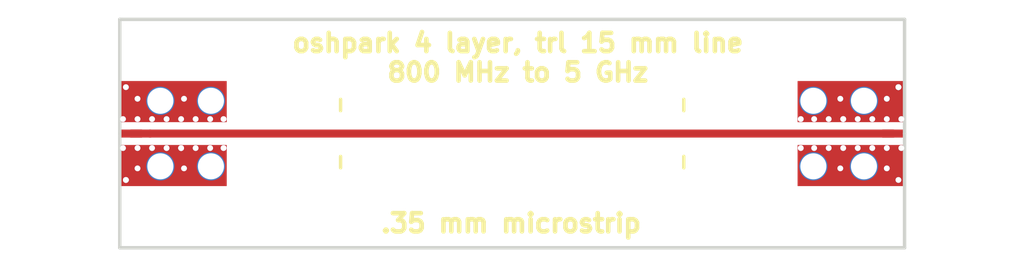
<source format=kicad_pcb>
(kicad_pcb (version 4) (host pcbnew 4.0.6)

  (general
    (links 60)
    (no_connects 0)
    (area 120.890476 99.025 155.809524 111.075)
    (thickness 1.6)
    (drawings 8)
    (tracks 2)
    (zones 0)
    (modules 2)
    (nets 3)
  )

  (page A4)
  (layers
    (0 F.Cu signal)
    (1 In1.Cu signal)
    (2 In2.Cu signal)
    (31 B.Cu signal)
    (32 B.Adhes user)
    (33 F.Adhes user)
    (34 B.Paste user)
    (35 F.Paste user)
    (36 B.SilkS user)
    (37 F.SilkS user)
    (38 B.Mask user)
    (39 F.Mask user)
    (40 Dwgs.User user)
    (41 Cmts.User user)
    (42 Eco1.User user)
    (43 Eco2.User user)
    (44 Edge.Cuts user)
    (45 Margin user)
    (46 B.CrtYd user)
    (47 F.CrtYd user)
    (48 B.Fab user)
    (49 F.Fab user)
  )

  (setup
    (last_trace_width 0.35)
    (user_trace_width 0.35)
    (trace_clearance 0.2)
    (zone_clearance 0.1)
    (zone_45_only no)
    (trace_min 0.2)
    (segment_width 0.2)
    (edge_width 0.15)
    (via_size 0.6)
    (via_drill 0.4)
    (via_min_size 0.4)
    (via_min_drill 0.3)
    (uvia_size 0.3)
    (uvia_drill 0.1)
    (uvias_allowed no)
    (uvia_min_size 0.2)
    (uvia_min_drill 0.1)
    (pcb_text_width 0.3)
    (pcb_text_size 1.5 1.5)
    (mod_edge_width 0.15)
    (mod_text_size 1 1)
    (mod_text_width 0.15)
    (pad_size 1.524 1.524)
    (pad_drill 0.762)
    (pad_to_mask_clearance 0.05)
    (aux_axis_origin 0 0)
    (visible_elements FFFEFF7F)
    (pcbplotparams
      (layerselection 0x00030_80000001)
      (usegerberextensions false)
      (excludeedgelayer true)
      (linewidth 0.100000)
      (plotframeref false)
      (viasonmask false)
      (mode 1)
      (useauxorigin false)
      (hpglpennumber 1)
      (hpglpenspeed 20)
      (hpglpendiameter 15)
      (hpglpenoverlay 2)
      (psnegative false)
      (psa4output false)
      (plotreference true)
      (plotvalue true)
      (plotinvisibletext false)
      (padsonsilk false)
      (subtractmaskfromsilk false)
      (outputformat 1)
      (mirror false)
      (drillshape 1)
      (scaleselection 1)
      (outputdirectory ""))
  )

  (net 0 "")
  (net 1 GND)
  (net 2 "Net-(U101-Pad1)")

  (net_class Default "This is the default net class."
    (clearance 0.2)
    (trace_width 0.25)
    (via_dia 0.6)
    (via_drill 0.4)
    (uvia_dia 0.3)
    (uvia_drill 0.1)
    (add_net GND)
    (add_net "Net-(U101-Pad1)")
  )

  (module vna_footprints:SMA_901-10512_6p7MIL_FR408_CPW_LAUNCH (layer F.Cu) (tedit 59B4A2F5) (tstamp 59B4A12A)
    (at 118.5 105 180)
    (path /59B4A05A)
    (fp_text reference U101 (at -0.25 4 180) (layer F.SilkS) hide
      (effects (font (size 1 1) (thickness 0.15)))
    )
    (fp_text value CONN_SMA_2GND (at 1.1 -5 180) (layer F.Fab)
      (effects (font (size 1 1) (thickness 0.15)))
    )
    (fp_line (start -7.35 -1) (end -7.35 -1.5) (layer F.SilkS) (width 0.15))
    (fp_line (start -7.35 1.5) (end -7.35 1) (layer F.SilkS) (width 0.15))
    (pad 2 thru_hole circle (at -1.685 -1.435 180) (size 1.24 1.24) (drill 1.14) (layers *.Cu *.Mask)
      (net 1 GND))
    (pad 2 thru_hole circle (at 0.525 -1.435 180) (size 1.24 1.24) (drill 1.14) (layers *.Cu *.Mask)
      (net 1 GND))
    (pad 3 thru_hole circle (at 0.525 1.435 180) (size 1.24 1.24) (drill 1.14) (layers *.Cu *.Mask)
      (net 1 GND))
    (pad 3 thru_hole circle (at -1.685 1.435 180) (size 1.24 1.24) (drill 1.14) (layers *.Cu *.Mask)
      (net 1 GND))
    (pad 1 smd rect (at 1.8 0 180) (size 0.95 0.35) (layers F.Cu F.Paste F.Mask)
      (net 2 "Net-(U101-Pad1)"))
    (pad 2 smd rect (at -0.05 -1.4 180) (size 4.65 1.8) (layers F.Cu F.Paste F.Mask)
      (net 1 GND))
    (pad 3 smd rect (at -0.05 1.4 180) (size 4.65 1.8) (layers F.Cu F.Paste F.Mask)
      (net 1 GND))
    (pad 2 thru_hole circle (at 0.254 -0.635 180) (size 0.254 0.254) (drill 0.254) (layers *.Cu *.Mask)
      (net 1 GND))
    (pad 2 thru_hole circle (at -1.651 -0.635 180) (size 0.254 0.254) (drill 0.254) (layers *.Cu *.Mask)
      (net 1 GND))
    (pad 2 thru_hole circle (at -2.2352 -0.635 180) (size 0.254 0.254) (drill 0.254) (layers *.Cu *.Mask)
      (net 1 GND))
    (pad 2 thru_hole circle (at -1.016 -0.635 180) (size 0.254 0.254) (drill 0.254) (layers *.Cu *.Mask)
      (net 1 GND))
    (pad 2 thru_hole circle (at -0.381 -0.635 180) (size 0.254 0.254) (drill 0.254) (layers *.Cu *.Mask)
      (net 1 GND))
    (pad 2 thru_hole circle (at 0.889 -0.635 180) (size 0.254 0.254) (drill 0.254) (layers *.Cu *.Mask)
      (net 1 GND))
    (pad 2 thru_hole circle (at 1.524 -0.635 180) (size 0.254 0.254) (drill 0.254) (layers *.Cu *.Mask)
      (net 1 GND))
    (pad 2 thru_hole circle (at 2.159 -0.635 180) (size 0.254 0.254) (drill 0.254) (layers *.Cu *.Mask)
      (net 1 GND))
    (pad 2 thru_hole circle (at 2.159 0.635 180) (size 0.254 0.254) (drill 0.254) (layers *.Cu *.Mask)
      (net 1 GND))
    (pad 2 thru_hole circle (at 1.524 0.635 180) (size 0.254 0.254) (drill 0.254) (layers *.Cu *.Mask)
      (net 1 GND))
    (pad 2 thru_hole circle (at 0.889 0.635 180) (size 0.254 0.254) (drill 0.254) (layers *.Cu *.Mask)
      (net 1 GND))
    (pad 2 thru_hole circle (at 0.254 0.635 180) (size 0.254 0.254) (drill 0.254) (layers *.Cu *.Mask)
      (net 1 GND))
    (pad 2 thru_hole circle (at -0.381 0.635 180) (size 0.254 0.254) (drill 0.254) (layers *.Cu *.Mask)
      (net 1 GND))
    (pad 2 thru_hole circle (at -1.016 0.635 180) (size 0.254 0.254) (drill 0.254) (layers *.Cu *.Mask)
      (net 1 GND))
    (pad 2 thru_hole circle (at -1.651 0.635 180) (size 0.254 0.254) (drill 0.254) (layers *.Cu *.Mask)
      (net 1 GND))
    (pad 2 thru_hole circle (at -2.2352 0.635 180) (size 0.254 0.254) (drill 0.254) (layers *.Cu *.Mask)
      (net 1 GND))
    (pad 2 thru_hole circle (at -0.381 -0.635 180) (size 0.254 0.254) (drill 0.254) (layers *.Cu *.Mask)
      (net 1 GND))
    (pad 2 thru_hole circle (at -0.508 -1.524 180) (size 0.254 0.254) (drill 0.254) (layers *.Cu *.Mask)
      (net 1 GND))
    (pad 2 thru_hole circle (at 1.524 -1.524 180) (size 0.254 0.254) (drill 0.254) (layers *.Cu *.Mask)
      (net 1 GND))
    (pad 2 thru_hole circle (at 1.524 1.524 180) (size 0.254 0.254) (drill 0.254) (layers *.Cu *.Mask)
      (net 1 GND))
    (pad 2 thru_hole circle (at -0.508 1.524 180) (size 0.254 0.254) (drill 0.254) (layers *.Cu *.Mask)
      (net 1 GND))
    (pad 2 thru_hole circle (at 2.032 2.032 180) (size 0.254 0.254) (drill 0.254) (layers *.Cu *.Mask)
      (net 1 GND))
    (pad 2 thru_hole circle (at 2.032 -2.032 180) (size 0.254 0.254) (drill 0.254) (layers *.Cu *.Mask)
      (net 1 GND))
    (pad 2 thru_hole circle (at 2.032 -2.032 180) (size 0.254 0.254) (drill 0.254) (layers *.Cu *.Mask)
      (net 1 GND))
  )

  (module vna_footprints:SMA_901-10512_6p7MIL_FR408_CPW_LAUNCH (layer F.Cu) (tedit 59B4A2F7) (tstamp 59B4A14D)
    (at 148.2 105)
    (path /59B4A095)
    (fp_text reference U102 (at -0.25 -3.1) (layer F.SilkS) hide
      (effects (font (size 1 1) (thickness 0.15)))
    )
    (fp_text value CONN_SMA_2GND (at 1.1 -5) (layer F.Fab)
      (effects (font (size 1 1) (thickness 0.15)))
    )
    (fp_line (start -7.35 -1) (end -7.35 -1.5) (layer F.SilkS) (width 0.15))
    (fp_line (start -7.35 1.5) (end -7.35 1) (layer F.SilkS) (width 0.15))
    (pad 2 thru_hole circle (at -1.685 -1.435) (size 1.24 1.24) (drill 1.14) (layers *.Cu *.Mask)
      (net 1 GND))
    (pad 2 thru_hole circle (at 0.525 -1.435) (size 1.24 1.24) (drill 1.14) (layers *.Cu *.Mask)
      (net 1 GND))
    (pad 3 thru_hole circle (at 0.525 1.435) (size 1.24 1.24) (drill 1.14) (layers *.Cu *.Mask)
      (net 1 GND))
    (pad 3 thru_hole circle (at -1.685 1.435) (size 1.24 1.24) (drill 1.14) (layers *.Cu *.Mask)
      (net 1 GND))
    (pad 1 smd rect (at 1.8 0) (size 0.95 0.35) (layers F.Cu F.Paste F.Mask)
      (net 2 "Net-(U101-Pad1)"))
    (pad 2 smd rect (at -0.05 -1.4) (size 4.65 1.8) (layers F.Cu F.Paste F.Mask)
      (net 1 GND))
    (pad 3 smd rect (at -0.05 1.4) (size 4.65 1.8) (layers F.Cu F.Paste F.Mask)
      (net 1 GND))
    (pad 2 thru_hole circle (at 0.254 -0.635) (size 0.254 0.254) (drill 0.254) (layers *.Cu *.Mask)
      (net 1 GND))
    (pad 2 thru_hole circle (at -1.651 -0.635) (size 0.254 0.254) (drill 0.254) (layers *.Cu *.Mask)
      (net 1 GND))
    (pad 2 thru_hole circle (at -2.2352 -0.635) (size 0.254 0.254) (drill 0.254) (layers *.Cu *.Mask)
      (net 1 GND))
    (pad 2 thru_hole circle (at -1.016 -0.635) (size 0.254 0.254) (drill 0.254) (layers *.Cu *.Mask)
      (net 1 GND))
    (pad 2 thru_hole circle (at -0.381 -0.635) (size 0.254 0.254) (drill 0.254) (layers *.Cu *.Mask)
      (net 1 GND))
    (pad 2 thru_hole circle (at 0.889 -0.635) (size 0.254 0.254) (drill 0.254) (layers *.Cu *.Mask)
      (net 1 GND))
    (pad 2 thru_hole circle (at 1.524 -0.635) (size 0.254 0.254) (drill 0.254) (layers *.Cu *.Mask)
      (net 1 GND))
    (pad 2 thru_hole circle (at 2.159 -0.635) (size 0.254 0.254) (drill 0.254) (layers *.Cu *.Mask)
      (net 1 GND))
    (pad 2 thru_hole circle (at 2.159 0.635) (size 0.254 0.254) (drill 0.254) (layers *.Cu *.Mask)
      (net 1 GND))
    (pad 2 thru_hole circle (at 1.524 0.635) (size 0.254 0.254) (drill 0.254) (layers *.Cu *.Mask)
      (net 1 GND))
    (pad 2 thru_hole circle (at 0.889 0.635) (size 0.254 0.254) (drill 0.254) (layers *.Cu *.Mask)
      (net 1 GND))
    (pad 2 thru_hole circle (at 0.254 0.635) (size 0.254 0.254) (drill 0.254) (layers *.Cu *.Mask)
      (net 1 GND))
    (pad 2 thru_hole circle (at -0.381 0.635) (size 0.254 0.254) (drill 0.254) (layers *.Cu *.Mask)
      (net 1 GND))
    (pad 2 thru_hole circle (at -1.016 0.635) (size 0.254 0.254) (drill 0.254) (layers *.Cu *.Mask)
      (net 1 GND))
    (pad 2 thru_hole circle (at -1.651 0.635) (size 0.254 0.254) (drill 0.254) (layers *.Cu *.Mask)
      (net 1 GND))
    (pad 2 thru_hole circle (at -2.2352 0.635) (size 0.254 0.254) (drill 0.254) (layers *.Cu *.Mask)
      (net 1 GND))
    (pad 2 thru_hole circle (at -0.381 -0.635) (size 0.254 0.254) (drill 0.254) (layers *.Cu *.Mask)
      (net 1 GND))
    (pad 2 thru_hole circle (at -0.508 -1.524) (size 0.254 0.254) (drill 0.254) (layers *.Cu *.Mask)
      (net 1 GND))
    (pad 2 thru_hole circle (at 1.524 -1.524) (size 0.254 0.254) (drill 0.254) (layers *.Cu *.Mask)
      (net 1 GND))
    (pad 2 thru_hole circle (at 1.524 1.524) (size 0.254 0.254) (drill 0.254) (layers *.Cu *.Mask)
      (net 1 GND))
    (pad 2 thru_hole circle (at -0.508 1.524) (size 0.254 0.254) (drill 0.254) (layers *.Cu *.Mask)
      (net 1 GND))
    (pad 2 thru_hole circle (at 2.032 2.032) (size 0.254 0.254) (drill 0.254) (layers *.Cu *.Mask)
      (net 1 GND))
    (pad 2 thru_hole circle (at 2.032 -2.032) (size 0.254 0.254) (drill 0.254) (layers *.Cu *.Mask)
      (net 1 GND))
    (pad 2 thru_hole circle (at 2.032 -2.032) (size 0.254 0.254) (drill 0.254) (layers *.Cu *.Mask)
      (net 1 GND))
  )

  (gr_text ".35 mm microstrip" (at 133.3 108.925) (layer F.SilkS) (tstamp 59B4A39D)
    (effects (font (size 0.8 0.8) (thickness 0.2)))
  )
  (gr_text "oshpark 4 layer, trl 15 mm line\n800 MHz to 5 GHz" (at 133.6 101.675) (layer F.SilkS)
    (effects (font (size 0.8 0.8) (thickness 0.2)))
  )
  (gr_line (start 116.2 100) (end 150.5 100) (layer Edge.Cuts) (width 0.15))
  (gr_line (start 150.5 110) (end 116.2 110) (layer Edge.Cuts) (width 0.15))
  (gr_line (start 150.5 105) (end 150.5 110) (layer Edge.Cuts) (width 0.15))
  (gr_line (start 150.5 105) (end 150.5 100) (layer Edge.Cuts) (width 0.15))
  (gr_line (start 116.2 105) (end 116.2 110) (layer Edge.Cuts) (width 0.15))
  (gr_line (start 116.2 105) (end 116.2 100) (layer Edge.Cuts) (width 0.15))

  (segment (start 116.7 105) (end 117.525 105) (width 0.35) (layer F.Cu) (net 2))
  (segment (start 117.525 105) (end 150 105) (width 0.35) (layer F.Cu) (net 2))

  (zone (net 1) (net_name GND) (layer In1.Cu) (tstamp 0) (hatch edge 0.508)
    (connect_pads yes (clearance 0.1))
    (min_thickness 0.254)
    (fill yes (arc_segments 16) (thermal_gap 0.508) (thermal_bridge_width 0.508))
    (polygon
      (pts
        (xy 150.5 100) (xy 150.5 110) (xy 116.2 110) (xy 116.2 100)
      )
    )
    (filled_polygon
      (pts
        (xy 150.198 109.698) (xy 116.502 109.698) (xy 116.502 100.302) (xy 150.198 100.302)
      )
    )
  )
)

</source>
